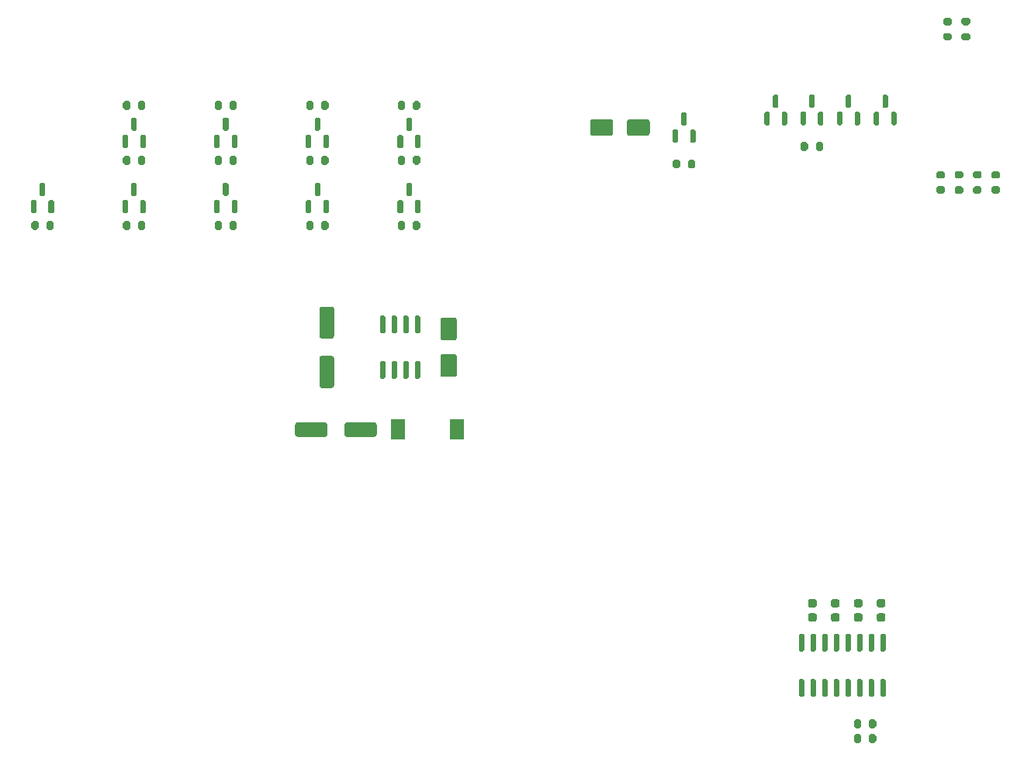
<source format=gtp>
G04 #@! TF.GenerationSoftware,KiCad,Pcbnew,8.0.1-8.0.1-0~ubuntu20.04.1*
G04 #@! TF.CreationDate,2024-06-12T16:02:42+01:00*
G04 #@! TF.ProjectId,sensd,73656e73-642e-46b6-9963-61645f706362,rev?*
G04 #@! TF.SameCoordinates,Original*
G04 #@! TF.FileFunction,Paste,Top*
G04 #@! TF.FilePolarity,Positive*
%FSLAX46Y46*%
G04 Gerber Fmt 4.6, Leading zero omitted, Abs format (unit mm)*
G04 Created by KiCad (PCBNEW 8.0.1-8.0.1-0~ubuntu20.04.1) date 2024-06-12 16:02:42*
%MOMM*%
%LPD*%
G01*
G04 APERTURE LIST*
%ADD10R,1.500000X2.200000*%
G04 APERTURE END LIST*
G36*
G01*
X67550000Y-110450000D02*
X66450000Y-110450000D01*
G75*
G02*
X66200000Y-110200000I0J250000D01*
G01*
X66200000Y-107200000D01*
G75*
G02*
X66450000Y-106950000I250000J0D01*
G01*
X67550000Y-106950000D01*
G75*
G02*
X67800000Y-107200000I0J-250000D01*
G01*
X67800000Y-110200000D01*
G75*
G02*
X67550000Y-110450000I-250000J0D01*
G01*
G37*
G36*
G01*
X67550000Y-105050000D02*
X66450000Y-105050000D01*
G75*
G02*
X66200000Y-104800000I0J250000D01*
G01*
X66200000Y-101800000D01*
G75*
G02*
X66450000Y-101550000I250000J0D01*
G01*
X67550000Y-101550000D01*
G75*
G02*
X67800000Y-101800000I0J-250000D01*
G01*
X67800000Y-104800000D01*
G75*
G02*
X67550000Y-105050000I-250000J0D01*
G01*
G37*
G36*
G01*
X73245000Y-109450000D02*
X72945000Y-109450000D01*
G75*
G02*
X72795000Y-109300000I0J150000D01*
G01*
X72795000Y-107650000D01*
G75*
G02*
X72945000Y-107500000I150000J0D01*
G01*
X73245000Y-107500000D01*
G75*
G02*
X73395000Y-107650000I0J-150000D01*
G01*
X73395000Y-109300000D01*
G75*
G02*
X73245000Y-109450000I-150000J0D01*
G01*
G37*
G36*
G01*
X74515000Y-109450000D02*
X74215000Y-109450000D01*
G75*
G02*
X74065000Y-109300000I0J150000D01*
G01*
X74065000Y-107650000D01*
G75*
G02*
X74215000Y-107500000I150000J0D01*
G01*
X74515000Y-107500000D01*
G75*
G02*
X74665000Y-107650000I0J-150000D01*
G01*
X74665000Y-109300000D01*
G75*
G02*
X74515000Y-109450000I-150000J0D01*
G01*
G37*
G36*
G01*
X75785000Y-109450000D02*
X75485000Y-109450000D01*
G75*
G02*
X75335000Y-109300000I0J150000D01*
G01*
X75335000Y-107650000D01*
G75*
G02*
X75485000Y-107500000I150000J0D01*
G01*
X75785000Y-107500000D01*
G75*
G02*
X75935000Y-107650000I0J-150000D01*
G01*
X75935000Y-109300000D01*
G75*
G02*
X75785000Y-109450000I-150000J0D01*
G01*
G37*
G36*
G01*
X77055000Y-109450000D02*
X76755000Y-109450000D01*
G75*
G02*
X76605000Y-109300000I0J150000D01*
G01*
X76605000Y-107650000D01*
G75*
G02*
X76755000Y-107500000I150000J0D01*
G01*
X77055000Y-107500000D01*
G75*
G02*
X77205000Y-107650000I0J-150000D01*
G01*
X77205000Y-109300000D01*
G75*
G02*
X77055000Y-109450000I-150000J0D01*
G01*
G37*
G36*
G01*
X77055000Y-104500000D02*
X76755000Y-104500000D01*
G75*
G02*
X76605000Y-104350000I0J150000D01*
G01*
X76605000Y-102700000D01*
G75*
G02*
X76755000Y-102550000I150000J0D01*
G01*
X77055000Y-102550000D01*
G75*
G02*
X77205000Y-102700000I0J-150000D01*
G01*
X77205000Y-104350000D01*
G75*
G02*
X77055000Y-104500000I-150000J0D01*
G01*
G37*
G36*
G01*
X75785000Y-104500000D02*
X75485000Y-104500000D01*
G75*
G02*
X75335000Y-104350000I0J150000D01*
G01*
X75335000Y-102700000D01*
G75*
G02*
X75485000Y-102550000I150000J0D01*
G01*
X75785000Y-102550000D01*
G75*
G02*
X75935000Y-102700000I0J-150000D01*
G01*
X75935000Y-104350000D01*
G75*
G02*
X75785000Y-104500000I-150000J0D01*
G01*
G37*
G36*
G01*
X74515000Y-104500000D02*
X74215000Y-104500000D01*
G75*
G02*
X74065000Y-104350000I0J150000D01*
G01*
X74065000Y-102700000D01*
G75*
G02*
X74215000Y-102550000I150000J0D01*
G01*
X74515000Y-102550000D01*
G75*
G02*
X74665000Y-102700000I0J-150000D01*
G01*
X74665000Y-104350000D01*
G75*
G02*
X74515000Y-104500000I-150000J0D01*
G01*
G37*
G36*
G01*
X73245000Y-104500000D02*
X72945000Y-104500000D01*
G75*
G02*
X72795000Y-104350000I0J150000D01*
G01*
X72795000Y-102700000D01*
G75*
G02*
X72945000Y-102550000I150000J0D01*
G01*
X73245000Y-102550000D01*
G75*
G02*
X73395000Y-102700000I0J-150000D01*
G01*
X73395000Y-104350000D01*
G75*
G02*
X73245000Y-104500000I-150000J0D01*
G01*
G37*
G36*
G01*
X35175000Y-91375000D02*
X34875000Y-91375000D01*
G75*
G02*
X34725000Y-91225000I0J150000D01*
G01*
X34725000Y-90050000D01*
G75*
G02*
X34875000Y-89900000I150000J0D01*
G01*
X35175000Y-89900000D01*
G75*
G02*
X35325000Y-90050000I0J-150000D01*
G01*
X35325000Y-91225000D01*
G75*
G02*
X35175000Y-91375000I-150000J0D01*
G01*
G37*
G36*
G01*
X37075000Y-91375000D02*
X36775000Y-91375000D01*
G75*
G02*
X36625000Y-91225000I0J150000D01*
G01*
X36625000Y-90050000D01*
G75*
G02*
X36775000Y-89900000I150000J0D01*
G01*
X37075000Y-89900000D01*
G75*
G02*
X37225000Y-90050000I0J-150000D01*
G01*
X37225000Y-91225000D01*
G75*
G02*
X37075000Y-91375000I-150000J0D01*
G01*
G37*
G36*
G01*
X36125000Y-89500000D02*
X35825000Y-89500000D01*
G75*
G02*
X35675000Y-89350000I0J150000D01*
G01*
X35675000Y-88175000D01*
G75*
G02*
X35825000Y-88025000I150000J0D01*
G01*
X36125000Y-88025000D01*
G75*
G02*
X36275000Y-88175000I0J-150000D01*
G01*
X36275000Y-89350000D01*
G75*
G02*
X36125000Y-89500000I-150000J0D01*
G01*
G37*
G36*
G01*
X64750000Y-85855000D02*
X64750000Y-85305000D01*
G75*
G02*
X64950000Y-85105000I200000J0D01*
G01*
X65350000Y-85105000D01*
G75*
G02*
X65550000Y-85305000I0J-200000D01*
G01*
X65550000Y-85855000D01*
G75*
G02*
X65350000Y-86055000I-200000J0D01*
G01*
X64950000Y-86055000D01*
G75*
G02*
X64750000Y-85855000I0J200000D01*
G01*
G37*
G36*
G01*
X66400000Y-85855000D02*
X66400000Y-85305000D01*
G75*
G02*
X66600000Y-85105000I200000J0D01*
G01*
X67000000Y-85105000D01*
G75*
G02*
X67200000Y-85305000I0J-200000D01*
G01*
X67200000Y-85855000D01*
G75*
G02*
X67000000Y-86055000I-200000J0D01*
G01*
X66600000Y-86055000D01*
G75*
G02*
X66400000Y-85855000I0J200000D01*
G01*
G37*
G36*
G01*
X80950000Y-109250000D02*
X79650000Y-109250000D01*
G75*
G02*
X79400000Y-109000000I0J250000D01*
G01*
X79400000Y-107000000D01*
G75*
G02*
X79650000Y-106750000I250000J0D01*
G01*
X80950000Y-106750000D01*
G75*
G02*
X81200000Y-107000000I0J-250000D01*
G01*
X81200000Y-109000000D01*
G75*
G02*
X80950000Y-109250000I-250000J0D01*
G01*
G37*
G36*
G01*
X80950000Y-105250000D02*
X79650000Y-105250000D01*
G75*
G02*
X79400000Y-105000000I0J250000D01*
G01*
X79400000Y-103000000D01*
G75*
G02*
X79650000Y-102750000I250000J0D01*
G01*
X80950000Y-102750000D01*
G75*
G02*
X81200000Y-103000000I0J-250000D01*
G01*
X81200000Y-105000000D01*
G75*
G02*
X80950000Y-105250000I-250000J0D01*
G01*
G37*
G36*
G01*
X134475000Y-70025000D02*
X135025000Y-70025000D01*
G75*
G02*
X135225000Y-70225000I0J-200000D01*
G01*
X135225000Y-70625000D01*
G75*
G02*
X135025000Y-70825000I-200000J0D01*
G01*
X134475000Y-70825000D01*
G75*
G02*
X134275000Y-70625000I0J200000D01*
G01*
X134275000Y-70225000D01*
G75*
G02*
X134475000Y-70025000I200000J0D01*
G01*
G37*
G36*
G01*
X134475000Y-71675000D02*
X135025000Y-71675000D01*
G75*
G02*
X135225000Y-71875000I0J-200000D01*
G01*
X135225000Y-72275000D01*
G75*
G02*
X135025000Y-72475000I-200000J0D01*
G01*
X134475000Y-72475000D01*
G75*
G02*
X134275000Y-72275000I0J200000D01*
G01*
X134275000Y-71875000D01*
G75*
G02*
X134475000Y-71675000I200000J0D01*
G01*
G37*
G36*
G01*
X75175000Y-91375000D02*
X74875000Y-91375000D01*
G75*
G02*
X74725000Y-91225000I0J150000D01*
G01*
X74725000Y-90050000D01*
G75*
G02*
X74875000Y-89900000I150000J0D01*
G01*
X75175000Y-89900000D01*
G75*
G02*
X75325000Y-90050000I0J-150000D01*
G01*
X75325000Y-91225000D01*
G75*
G02*
X75175000Y-91375000I-150000J0D01*
G01*
G37*
G36*
G01*
X77075000Y-91375000D02*
X76775000Y-91375000D01*
G75*
G02*
X76625000Y-91225000I0J150000D01*
G01*
X76625000Y-90050000D01*
G75*
G02*
X76775000Y-89900000I150000J0D01*
G01*
X77075000Y-89900000D01*
G75*
G02*
X77225000Y-90050000I0J-150000D01*
G01*
X77225000Y-91225000D01*
G75*
G02*
X77075000Y-91375000I-150000J0D01*
G01*
G37*
G36*
G01*
X76125000Y-89500000D02*
X75825000Y-89500000D01*
G75*
G02*
X75675000Y-89350000I0J150000D01*
G01*
X75675000Y-88175000D01*
G75*
G02*
X75825000Y-88025000I150000J0D01*
G01*
X76125000Y-88025000D01*
G75*
G02*
X76275000Y-88175000I0J-150000D01*
G01*
X76275000Y-89350000D01*
G75*
G02*
X76125000Y-89500000I-150000J0D01*
G01*
G37*
G36*
G01*
X123150000Y-81737500D02*
X122850000Y-81737500D01*
G75*
G02*
X122700000Y-81587500I0J150000D01*
G01*
X122700000Y-80412500D01*
G75*
G02*
X122850000Y-80262500I150000J0D01*
G01*
X123150000Y-80262500D01*
G75*
G02*
X123300000Y-80412500I0J-150000D01*
G01*
X123300000Y-81587500D01*
G75*
G02*
X123150000Y-81737500I-150000J0D01*
G01*
G37*
G36*
G01*
X125050000Y-81737500D02*
X124750000Y-81737500D01*
G75*
G02*
X124600000Y-81587500I0J150000D01*
G01*
X124600000Y-80412500D01*
G75*
G02*
X124750000Y-80262500I150000J0D01*
G01*
X125050000Y-80262500D01*
G75*
G02*
X125200000Y-80412500I0J-150000D01*
G01*
X125200000Y-81587500D01*
G75*
G02*
X125050000Y-81737500I-150000J0D01*
G01*
G37*
G36*
G01*
X124100000Y-79862500D02*
X123800000Y-79862500D01*
G75*
G02*
X123650000Y-79712500I0J150000D01*
G01*
X123650000Y-78537500D01*
G75*
G02*
X123800000Y-78387500I150000J0D01*
G01*
X124100000Y-78387500D01*
G75*
G02*
X124250000Y-78537500I0J-150000D01*
G01*
X124250000Y-79712500D01*
G75*
G02*
X124100000Y-79862500I-150000J0D01*
G01*
G37*
G36*
G01*
X65175000Y-84255000D02*
X64875000Y-84255000D01*
G75*
G02*
X64725000Y-84105000I0J150000D01*
G01*
X64725000Y-82930000D01*
G75*
G02*
X64875000Y-82780000I150000J0D01*
G01*
X65175000Y-82780000D01*
G75*
G02*
X65325000Y-82930000I0J-150000D01*
G01*
X65325000Y-84105000D01*
G75*
G02*
X65175000Y-84255000I-150000J0D01*
G01*
G37*
G36*
G01*
X67075000Y-84255000D02*
X66775000Y-84255000D01*
G75*
G02*
X66625000Y-84105000I0J150000D01*
G01*
X66625000Y-82930000D01*
G75*
G02*
X66775000Y-82780000I150000J0D01*
G01*
X67075000Y-82780000D01*
G75*
G02*
X67225000Y-82930000I0J-150000D01*
G01*
X67225000Y-84105000D01*
G75*
G02*
X67075000Y-84255000I-150000J0D01*
G01*
G37*
G36*
G01*
X66125000Y-82380000D02*
X65825000Y-82380000D01*
G75*
G02*
X65675000Y-82230000I0J150000D01*
G01*
X65675000Y-81055000D01*
G75*
G02*
X65825000Y-80905000I150000J0D01*
G01*
X66125000Y-80905000D01*
G75*
G02*
X66275000Y-81055000I0J-150000D01*
G01*
X66275000Y-82230000D01*
G75*
G02*
X66125000Y-82380000I-150000J0D01*
G01*
G37*
G36*
G01*
X115200000Y-81737500D02*
X114900000Y-81737500D01*
G75*
G02*
X114750000Y-81587500I0J150000D01*
G01*
X114750000Y-80412500D01*
G75*
G02*
X114900000Y-80262500I150000J0D01*
G01*
X115200000Y-80262500D01*
G75*
G02*
X115350000Y-80412500I0J-150000D01*
G01*
X115350000Y-81587500D01*
G75*
G02*
X115200000Y-81737500I-150000J0D01*
G01*
G37*
G36*
G01*
X117100000Y-81737500D02*
X116800000Y-81737500D01*
G75*
G02*
X116650000Y-81587500I0J150000D01*
G01*
X116650000Y-80412500D01*
G75*
G02*
X116800000Y-80262500I150000J0D01*
G01*
X117100000Y-80262500D01*
G75*
G02*
X117250000Y-80412500I0J-150000D01*
G01*
X117250000Y-81587500D01*
G75*
G02*
X117100000Y-81737500I-150000J0D01*
G01*
G37*
G36*
G01*
X116150000Y-79862500D02*
X115850000Y-79862500D01*
G75*
G02*
X115700000Y-79712500I0J150000D01*
G01*
X115700000Y-78537500D01*
G75*
G02*
X115850000Y-78387500I150000J0D01*
G01*
X116150000Y-78387500D01*
G75*
G02*
X116300000Y-78537500I0J-150000D01*
G01*
X116300000Y-79712500D01*
G75*
G02*
X116150000Y-79862500I-150000J0D01*
G01*
G37*
G36*
G01*
X134275000Y-89225000D02*
X133725000Y-89225000D01*
G75*
G02*
X133525000Y-89025000I0J200000D01*
G01*
X133525000Y-88625000D01*
G75*
G02*
X133725000Y-88425000I200000J0D01*
G01*
X134275000Y-88425000D01*
G75*
G02*
X134475000Y-88625000I0J-200000D01*
G01*
X134475000Y-89025000D01*
G75*
G02*
X134275000Y-89225000I-200000J0D01*
G01*
G37*
G36*
G01*
X134275000Y-87575000D02*
X133725000Y-87575000D01*
G75*
G02*
X133525000Y-87375000I0J200000D01*
G01*
X133525000Y-86975000D01*
G75*
G02*
X133725000Y-86775000I200000J0D01*
G01*
X134275000Y-86775000D01*
G75*
G02*
X134475000Y-86975000I0J-200000D01*
G01*
X134475000Y-87375000D01*
G75*
G02*
X134275000Y-87575000I-200000J0D01*
G01*
G37*
G36*
G01*
X126975000Y-148475000D02*
X126975000Y-149025000D01*
G75*
G02*
X126775000Y-149225000I-200000J0D01*
G01*
X126375000Y-149225000D01*
G75*
G02*
X126175000Y-149025000I0J200000D01*
G01*
X126175000Y-148475000D01*
G75*
G02*
X126375000Y-148275000I200000J0D01*
G01*
X126775000Y-148275000D01*
G75*
G02*
X126975000Y-148475000I0J-200000D01*
G01*
G37*
G36*
G01*
X125325000Y-148475000D02*
X125325000Y-149025000D01*
G75*
G02*
X125125000Y-149225000I-200000J0D01*
G01*
X124725000Y-149225000D01*
G75*
G02*
X124525000Y-149025000I0J200000D01*
G01*
X124525000Y-148475000D01*
G75*
G02*
X124725000Y-148275000I200000J0D01*
G01*
X125125000Y-148275000D01*
G75*
G02*
X125325000Y-148475000I0J-200000D01*
G01*
G37*
G36*
G01*
X140275000Y-89225000D02*
X139725000Y-89225000D01*
G75*
G02*
X139525000Y-89025000I0J200000D01*
G01*
X139525000Y-88625000D01*
G75*
G02*
X139725000Y-88425000I200000J0D01*
G01*
X140275000Y-88425000D01*
G75*
G02*
X140475000Y-88625000I0J-200000D01*
G01*
X140475000Y-89025000D01*
G75*
G02*
X140275000Y-89225000I-200000J0D01*
G01*
G37*
G36*
G01*
X140275000Y-87575000D02*
X139725000Y-87575000D01*
G75*
G02*
X139525000Y-87375000I0J200000D01*
G01*
X139525000Y-86975000D01*
G75*
G02*
X139725000Y-86775000I200000J0D01*
G01*
X140275000Y-86775000D01*
G75*
G02*
X140475000Y-86975000I0J-200000D01*
G01*
X140475000Y-87375000D01*
G75*
G02*
X140275000Y-87575000I-200000J0D01*
G01*
G37*
G36*
G01*
X74750000Y-79855000D02*
X74750000Y-79305000D01*
G75*
G02*
X74950000Y-79105000I200000J0D01*
G01*
X75350000Y-79105000D01*
G75*
G02*
X75550000Y-79305000I0J-200000D01*
G01*
X75550000Y-79855000D01*
G75*
G02*
X75350000Y-80055000I-200000J0D01*
G01*
X74950000Y-80055000D01*
G75*
G02*
X74750000Y-79855000I0J200000D01*
G01*
G37*
G36*
G01*
X76400000Y-79855000D02*
X76400000Y-79305000D01*
G75*
G02*
X76600000Y-79105000I200000J0D01*
G01*
X77000000Y-79105000D01*
G75*
G02*
X77200000Y-79305000I0J-200000D01*
G01*
X77200000Y-79855000D01*
G75*
G02*
X77000000Y-80055000I-200000J0D01*
G01*
X76600000Y-80055000D01*
G75*
G02*
X76400000Y-79855000I0J200000D01*
G01*
G37*
G36*
G01*
X54750000Y-79855000D02*
X54750000Y-79305000D01*
G75*
G02*
X54950000Y-79105000I200000J0D01*
G01*
X55350000Y-79105000D01*
G75*
G02*
X55550000Y-79305000I0J-200000D01*
G01*
X55550000Y-79855000D01*
G75*
G02*
X55350000Y-80055000I-200000J0D01*
G01*
X54950000Y-80055000D01*
G75*
G02*
X54750000Y-79855000I0J200000D01*
G01*
G37*
G36*
G01*
X56400000Y-79855000D02*
X56400000Y-79305000D01*
G75*
G02*
X56600000Y-79105000I200000J0D01*
G01*
X57000000Y-79105000D01*
G75*
G02*
X57200000Y-79305000I0J-200000D01*
G01*
X57200000Y-79855000D01*
G75*
G02*
X57000000Y-80055000I-200000J0D01*
G01*
X56600000Y-80055000D01*
G75*
G02*
X56400000Y-79855000I0J200000D01*
G01*
G37*
G36*
G01*
X55175000Y-84255000D02*
X54875000Y-84255000D01*
G75*
G02*
X54725000Y-84105000I0J150000D01*
G01*
X54725000Y-82930000D01*
G75*
G02*
X54875000Y-82780000I150000J0D01*
G01*
X55175000Y-82780000D01*
G75*
G02*
X55325000Y-82930000I0J-150000D01*
G01*
X55325000Y-84105000D01*
G75*
G02*
X55175000Y-84255000I-150000J0D01*
G01*
G37*
G36*
G01*
X57075000Y-84255000D02*
X56775000Y-84255000D01*
G75*
G02*
X56625000Y-84105000I0J150000D01*
G01*
X56625000Y-82930000D01*
G75*
G02*
X56775000Y-82780000I150000J0D01*
G01*
X57075000Y-82780000D01*
G75*
G02*
X57225000Y-82930000I0J-150000D01*
G01*
X57225000Y-84105000D01*
G75*
G02*
X57075000Y-84255000I-150000J0D01*
G01*
G37*
G36*
G01*
X56125000Y-82380000D02*
X55825000Y-82380000D01*
G75*
G02*
X55675000Y-82230000I0J150000D01*
G01*
X55675000Y-81055000D01*
G75*
G02*
X55825000Y-80905000I150000J0D01*
G01*
X56125000Y-80905000D01*
G75*
G02*
X56275000Y-81055000I0J-150000D01*
G01*
X56275000Y-82230000D01*
G75*
G02*
X56125000Y-82380000I-150000J0D01*
G01*
G37*
G36*
G01*
X122250000Y-133525000D02*
X122750000Y-133525000D01*
G75*
G02*
X122975000Y-133750000I0J-225000D01*
G01*
X122975000Y-134200000D01*
G75*
G02*
X122750000Y-134425000I-225000J0D01*
G01*
X122250000Y-134425000D01*
G75*
G02*
X122025000Y-134200000I0J225000D01*
G01*
X122025000Y-133750000D01*
G75*
G02*
X122250000Y-133525000I225000J0D01*
G01*
G37*
G36*
G01*
X122250000Y-135075000D02*
X122750000Y-135075000D01*
G75*
G02*
X122975000Y-135300000I0J-225000D01*
G01*
X122975000Y-135750000D01*
G75*
G02*
X122750000Y-135975000I-225000J0D01*
G01*
X122250000Y-135975000D01*
G75*
G02*
X122025000Y-135750000I0J225000D01*
G01*
X122025000Y-135300000D01*
G75*
G02*
X122250000Y-135075000I225000J0D01*
G01*
G37*
G36*
G01*
X127150000Y-81737500D02*
X126850000Y-81737500D01*
G75*
G02*
X126700000Y-81587500I0J150000D01*
G01*
X126700000Y-80412500D01*
G75*
G02*
X126850000Y-80262500I150000J0D01*
G01*
X127150000Y-80262500D01*
G75*
G02*
X127300000Y-80412500I0J-150000D01*
G01*
X127300000Y-81587500D01*
G75*
G02*
X127150000Y-81737500I-150000J0D01*
G01*
G37*
G36*
G01*
X129050000Y-81737500D02*
X128750000Y-81737500D01*
G75*
G02*
X128600000Y-81587500I0J150000D01*
G01*
X128600000Y-80412500D01*
G75*
G02*
X128750000Y-80262500I150000J0D01*
G01*
X129050000Y-80262500D01*
G75*
G02*
X129200000Y-80412500I0J-150000D01*
G01*
X129200000Y-81587500D01*
G75*
G02*
X129050000Y-81737500I-150000J0D01*
G01*
G37*
G36*
G01*
X128100000Y-79862500D02*
X127800000Y-79862500D01*
G75*
G02*
X127650000Y-79712500I0J150000D01*
G01*
X127650000Y-78537500D01*
G75*
G02*
X127800000Y-78387500I150000J0D01*
G01*
X128100000Y-78387500D01*
G75*
G02*
X128250000Y-78537500I0J-150000D01*
G01*
X128250000Y-79712500D01*
G75*
G02*
X128100000Y-79862500I-150000J0D01*
G01*
G37*
G36*
G01*
X67200000Y-92425000D02*
X67200000Y-92975000D01*
G75*
G02*
X67000000Y-93175000I-200000J0D01*
G01*
X66600000Y-93175000D01*
G75*
G02*
X66400000Y-92975000I0J200000D01*
G01*
X66400000Y-92425000D01*
G75*
G02*
X66600000Y-92225000I200000J0D01*
G01*
X67000000Y-92225000D01*
G75*
G02*
X67200000Y-92425000I0J-200000D01*
G01*
G37*
G36*
G01*
X65550000Y-92425000D02*
X65550000Y-92975000D01*
G75*
G02*
X65350000Y-93175000I-200000J0D01*
G01*
X64950000Y-93175000D01*
G75*
G02*
X64750000Y-92975000I0J200000D01*
G01*
X64750000Y-92425000D01*
G75*
G02*
X64950000Y-92225000I200000J0D01*
G01*
X65350000Y-92225000D01*
G75*
G02*
X65550000Y-92425000I0J-200000D01*
G01*
G37*
G36*
G01*
X44750000Y-85855000D02*
X44750000Y-85305000D01*
G75*
G02*
X44950000Y-85105000I200000J0D01*
G01*
X45350000Y-85105000D01*
G75*
G02*
X45550000Y-85305000I0J-200000D01*
G01*
X45550000Y-85855000D01*
G75*
G02*
X45350000Y-86055000I-200000J0D01*
G01*
X44950000Y-86055000D01*
G75*
G02*
X44750000Y-85855000I0J200000D01*
G01*
G37*
G36*
G01*
X46400000Y-85855000D02*
X46400000Y-85305000D01*
G75*
G02*
X46600000Y-85105000I200000J0D01*
G01*
X47000000Y-85105000D01*
G75*
G02*
X47200000Y-85305000I0J-200000D01*
G01*
X47200000Y-85855000D01*
G75*
G02*
X47000000Y-86055000I-200000J0D01*
G01*
X46600000Y-86055000D01*
G75*
G02*
X46400000Y-85855000I0J200000D01*
G01*
G37*
G36*
G01*
X64750000Y-79855000D02*
X64750000Y-79305000D01*
G75*
G02*
X64950000Y-79105000I200000J0D01*
G01*
X65350000Y-79105000D01*
G75*
G02*
X65550000Y-79305000I0J-200000D01*
G01*
X65550000Y-79855000D01*
G75*
G02*
X65350000Y-80055000I-200000J0D01*
G01*
X64950000Y-80055000D01*
G75*
G02*
X64750000Y-79855000I0J200000D01*
G01*
G37*
G36*
G01*
X66400000Y-79855000D02*
X66400000Y-79305000D01*
G75*
G02*
X66600000Y-79105000I200000J0D01*
G01*
X67000000Y-79105000D01*
G75*
G02*
X67200000Y-79305000I0J-200000D01*
G01*
X67200000Y-79855000D01*
G75*
G02*
X67000000Y-80055000I-200000J0D01*
G01*
X66600000Y-80055000D01*
G75*
G02*
X66400000Y-79855000I0J200000D01*
G01*
G37*
G36*
G01*
X120250000Y-135975000D02*
X119750000Y-135975000D01*
G75*
G02*
X119525000Y-135750000I0J225000D01*
G01*
X119525000Y-135300000D01*
G75*
G02*
X119750000Y-135075000I225000J0D01*
G01*
X120250000Y-135075000D01*
G75*
G02*
X120475000Y-135300000I0J-225000D01*
G01*
X120475000Y-135750000D01*
G75*
G02*
X120250000Y-135975000I-225000J0D01*
G01*
G37*
G36*
G01*
X120250000Y-134425000D02*
X119750000Y-134425000D01*
G75*
G02*
X119525000Y-134200000I0J225000D01*
G01*
X119525000Y-133750000D01*
G75*
G02*
X119750000Y-133525000I225000J0D01*
G01*
X120250000Y-133525000D01*
G75*
G02*
X120475000Y-133750000I0J-225000D01*
G01*
X120475000Y-134200000D01*
G75*
G02*
X120250000Y-134425000I-225000J0D01*
G01*
G37*
G36*
G01*
X127545000Y-137300000D02*
X127845000Y-137300000D01*
G75*
G02*
X127995000Y-137450000I0J-150000D01*
G01*
X127995000Y-139100000D01*
G75*
G02*
X127845000Y-139250000I-150000J0D01*
G01*
X127545000Y-139250000D01*
G75*
G02*
X127395000Y-139100000I0J150000D01*
G01*
X127395000Y-137450000D01*
G75*
G02*
X127545000Y-137300000I150000J0D01*
G01*
G37*
G36*
G01*
X126275000Y-137300000D02*
X126575000Y-137300000D01*
G75*
G02*
X126725000Y-137450000I0J-150000D01*
G01*
X126725000Y-139100000D01*
G75*
G02*
X126575000Y-139250000I-150000J0D01*
G01*
X126275000Y-139250000D01*
G75*
G02*
X126125000Y-139100000I0J150000D01*
G01*
X126125000Y-137450000D01*
G75*
G02*
X126275000Y-137300000I150000J0D01*
G01*
G37*
G36*
G01*
X125005000Y-137300000D02*
X125305000Y-137300000D01*
G75*
G02*
X125455000Y-137450000I0J-150000D01*
G01*
X125455000Y-139100000D01*
G75*
G02*
X125305000Y-139250000I-150000J0D01*
G01*
X125005000Y-139250000D01*
G75*
G02*
X124855000Y-139100000I0J150000D01*
G01*
X124855000Y-137450000D01*
G75*
G02*
X125005000Y-137300000I150000J0D01*
G01*
G37*
G36*
G01*
X123735000Y-137300000D02*
X124035000Y-137300000D01*
G75*
G02*
X124185000Y-137450000I0J-150000D01*
G01*
X124185000Y-139100000D01*
G75*
G02*
X124035000Y-139250000I-150000J0D01*
G01*
X123735000Y-139250000D01*
G75*
G02*
X123585000Y-139100000I0J150000D01*
G01*
X123585000Y-137450000D01*
G75*
G02*
X123735000Y-137300000I150000J0D01*
G01*
G37*
G36*
G01*
X122465000Y-137300000D02*
X122765000Y-137300000D01*
G75*
G02*
X122915000Y-137450000I0J-150000D01*
G01*
X122915000Y-139100000D01*
G75*
G02*
X122765000Y-139250000I-150000J0D01*
G01*
X122465000Y-139250000D01*
G75*
G02*
X122315000Y-139100000I0J150000D01*
G01*
X122315000Y-137450000D01*
G75*
G02*
X122465000Y-137300000I150000J0D01*
G01*
G37*
G36*
G01*
X121195000Y-137300000D02*
X121495000Y-137300000D01*
G75*
G02*
X121645000Y-137450000I0J-150000D01*
G01*
X121645000Y-139100000D01*
G75*
G02*
X121495000Y-139250000I-150000J0D01*
G01*
X121195000Y-139250000D01*
G75*
G02*
X121045000Y-139100000I0J150000D01*
G01*
X121045000Y-137450000D01*
G75*
G02*
X121195000Y-137300000I150000J0D01*
G01*
G37*
G36*
G01*
X119925000Y-137300000D02*
X120225000Y-137300000D01*
G75*
G02*
X120375000Y-137450000I0J-150000D01*
G01*
X120375000Y-139100000D01*
G75*
G02*
X120225000Y-139250000I-150000J0D01*
G01*
X119925000Y-139250000D01*
G75*
G02*
X119775000Y-139100000I0J150000D01*
G01*
X119775000Y-137450000D01*
G75*
G02*
X119925000Y-137300000I150000J0D01*
G01*
G37*
G36*
G01*
X118655000Y-137300000D02*
X118955000Y-137300000D01*
G75*
G02*
X119105000Y-137450000I0J-150000D01*
G01*
X119105000Y-139100000D01*
G75*
G02*
X118955000Y-139250000I-150000J0D01*
G01*
X118655000Y-139250000D01*
G75*
G02*
X118505000Y-139100000I0J150000D01*
G01*
X118505000Y-137450000D01*
G75*
G02*
X118655000Y-137300000I150000J0D01*
G01*
G37*
G36*
G01*
X118655000Y-142250000D02*
X118955000Y-142250000D01*
G75*
G02*
X119105000Y-142400000I0J-150000D01*
G01*
X119105000Y-144050000D01*
G75*
G02*
X118955000Y-144200000I-150000J0D01*
G01*
X118655000Y-144200000D01*
G75*
G02*
X118505000Y-144050000I0J150000D01*
G01*
X118505000Y-142400000D01*
G75*
G02*
X118655000Y-142250000I150000J0D01*
G01*
G37*
G36*
G01*
X119925000Y-142250000D02*
X120225000Y-142250000D01*
G75*
G02*
X120375000Y-142400000I0J-150000D01*
G01*
X120375000Y-144050000D01*
G75*
G02*
X120225000Y-144200000I-150000J0D01*
G01*
X119925000Y-144200000D01*
G75*
G02*
X119775000Y-144050000I0J150000D01*
G01*
X119775000Y-142400000D01*
G75*
G02*
X119925000Y-142250000I150000J0D01*
G01*
G37*
G36*
G01*
X121195000Y-142250000D02*
X121495000Y-142250000D01*
G75*
G02*
X121645000Y-142400000I0J-150000D01*
G01*
X121645000Y-144050000D01*
G75*
G02*
X121495000Y-144200000I-150000J0D01*
G01*
X121195000Y-144200000D01*
G75*
G02*
X121045000Y-144050000I0J150000D01*
G01*
X121045000Y-142400000D01*
G75*
G02*
X121195000Y-142250000I150000J0D01*
G01*
G37*
G36*
G01*
X122465000Y-142250000D02*
X122765000Y-142250000D01*
G75*
G02*
X122915000Y-142400000I0J-150000D01*
G01*
X122915000Y-144050000D01*
G75*
G02*
X122765000Y-144200000I-150000J0D01*
G01*
X122465000Y-144200000D01*
G75*
G02*
X122315000Y-144050000I0J150000D01*
G01*
X122315000Y-142400000D01*
G75*
G02*
X122465000Y-142250000I150000J0D01*
G01*
G37*
G36*
G01*
X123735000Y-142250000D02*
X124035000Y-142250000D01*
G75*
G02*
X124185000Y-142400000I0J-150000D01*
G01*
X124185000Y-144050000D01*
G75*
G02*
X124035000Y-144200000I-150000J0D01*
G01*
X123735000Y-144200000D01*
G75*
G02*
X123585000Y-144050000I0J150000D01*
G01*
X123585000Y-142400000D01*
G75*
G02*
X123735000Y-142250000I150000J0D01*
G01*
G37*
G36*
G01*
X125005000Y-142250000D02*
X125305000Y-142250000D01*
G75*
G02*
X125455000Y-142400000I0J-150000D01*
G01*
X125455000Y-144050000D01*
G75*
G02*
X125305000Y-144200000I-150000J0D01*
G01*
X125005000Y-144200000D01*
G75*
G02*
X124855000Y-144050000I0J150000D01*
G01*
X124855000Y-142400000D01*
G75*
G02*
X125005000Y-142250000I150000J0D01*
G01*
G37*
G36*
G01*
X126275000Y-142250000D02*
X126575000Y-142250000D01*
G75*
G02*
X126725000Y-142400000I0J-150000D01*
G01*
X126725000Y-144050000D01*
G75*
G02*
X126575000Y-144200000I-150000J0D01*
G01*
X126275000Y-144200000D01*
G75*
G02*
X126125000Y-144050000I0J150000D01*
G01*
X126125000Y-142400000D01*
G75*
G02*
X126275000Y-142250000I150000J0D01*
G01*
G37*
G36*
G01*
X127545000Y-142250000D02*
X127845000Y-142250000D01*
G75*
G02*
X127995000Y-142400000I0J-150000D01*
G01*
X127995000Y-144050000D01*
G75*
G02*
X127845000Y-144200000I-150000J0D01*
G01*
X127545000Y-144200000D01*
G75*
G02*
X127395000Y-144050000I0J150000D01*
G01*
X127395000Y-142400000D01*
G75*
G02*
X127545000Y-142250000I150000J0D01*
G01*
G37*
G36*
G01*
X127750000Y-135975000D02*
X127250000Y-135975000D01*
G75*
G02*
X127025000Y-135750000I0J225000D01*
G01*
X127025000Y-135300000D01*
G75*
G02*
X127250000Y-135075000I225000J0D01*
G01*
X127750000Y-135075000D01*
G75*
G02*
X127975000Y-135300000I0J-225000D01*
G01*
X127975000Y-135750000D01*
G75*
G02*
X127750000Y-135975000I-225000J0D01*
G01*
G37*
G36*
G01*
X127750000Y-134425000D02*
X127250000Y-134425000D01*
G75*
G02*
X127025000Y-134200000I0J225000D01*
G01*
X127025000Y-133750000D01*
G75*
G02*
X127250000Y-133525000I225000J0D01*
G01*
X127750000Y-133525000D01*
G75*
G02*
X127975000Y-133750000I0J-225000D01*
G01*
X127975000Y-134200000D01*
G75*
G02*
X127750000Y-134425000I-225000J0D01*
G01*
G37*
G36*
G01*
X65175000Y-91375000D02*
X64875000Y-91375000D01*
G75*
G02*
X64725000Y-91225000I0J150000D01*
G01*
X64725000Y-90050000D01*
G75*
G02*
X64875000Y-89900000I150000J0D01*
G01*
X65175000Y-89900000D01*
G75*
G02*
X65325000Y-90050000I0J-150000D01*
G01*
X65325000Y-91225000D01*
G75*
G02*
X65175000Y-91375000I-150000J0D01*
G01*
G37*
G36*
G01*
X67075000Y-91375000D02*
X66775000Y-91375000D01*
G75*
G02*
X66625000Y-91225000I0J150000D01*
G01*
X66625000Y-90050000D01*
G75*
G02*
X66775000Y-89900000I150000J0D01*
G01*
X67075000Y-89900000D01*
G75*
G02*
X67225000Y-90050000I0J-150000D01*
G01*
X67225000Y-91225000D01*
G75*
G02*
X67075000Y-91375000I-150000J0D01*
G01*
G37*
G36*
G01*
X66125000Y-89500000D02*
X65825000Y-89500000D01*
G75*
G02*
X65675000Y-89350000I0J150000D01*
G01*
X65675000Y-88175000D01*
G75*
G02*
X65825000Y-88025000I150000J0D01*
G01*
X66125000Y-88025000D01*
G75*
G02*
X66275000Y-88175000I0J-150000D01*
G01*
X66275000Y-89350000D01*
G75*
G02*
X66125000Y-89500000I-150000J0D01*
G01*
G37*
G36*
G01*
X119150000Y-81737500D02*
X118850000Y-81737500D01*
G75*
G02*
X118700000Y-81587500I0J150000D01*
G01*
X118700000Y-80412500D01*
G75*
G02*
X118850000Y-80262500I150000J0D01*
G01*
X119150000Y-80262500D01*
G75*
G02*
X119300000Y-80412500I0J-150000D01*
G01*
X119300000Y-81587500D01*
G75*
G02*
X119150000Y-81737500I-150000J0D01*
G01*
G37*
G36*
G01*
X121050000Y-81737500D02*
X120750000Y-81737500D01*
G75*
G02*
X120600000Y-81587500I0J150000D01*
G01*
X120600000Y-80412500D01*
G75*
G02*
X120750000Y-80262500I150000J0D01*
G01*
X121050000Y-80262500D01*
G75*
G02*
X121200000Y-80412500I0J-150000D01*
G01*
X121200000Y-81587500D01*
G75*
G02*
X121050000Y-81737500I-150000J0D01*
G01*
G37*
G36*
G01*
X120100000Y-79862500D02*
X119800000Y-79862500D01*
G75*
G02*
X119650000Y-79712500I0J150000D01*
G01*
X119650000Y-78537500D01*
G75*
G02*
X119800000Y-78387500I150000J0D01*
G01*
X120100000Y-78387500D01*
G75*
G02*
X120250000Y-78537500I0J-150000D01*
G01*
X120250000Y-79712500D01*
G75*
G02*
X120100000Y-79862500I-150000J0D01*
G01*
G37*
G36*
G01*
X44750000Y-79855000D02*
X44750000Y-79305000D01*
G75*
G02*
X44950000Y-79105000I200000J0D01*
G01*
X45350000Y-79105000D01*
G75*
G02*
X45550000Y-79305000I0J-200000D01*
G01*
X45550000Y-79855000D01*
G75*
G02*
X45350000Y-80055000I-200000J0D01*
G01*
X44950000Y-80055000D01*
G75*
G02*
X44750000Y-79855000I0J200000D01*
G01*
G37*
G36*
G01*
X46400000Y-79855000D02*
X46400000Y-79305000D01*
G75*
G02*
X46600000Y-79105000I200000J0D01*
G01*
X47000000Y-79105000D01*
G75*
G02*
X47200000Y-79305000I0J-200000D01*
G01*
X47200000Y-79855000D01*
G75*
G02*
X47000000Y-80055000I-200000J0D01*
G01*
X46600000Y-80055000D01*
G75*
G02*
X46400000Y-79855000I0J200000D01*
G01*
G37*
G36*
G01*
X77200000Y-92425000D02*
X77200000Y-92975000D01*
G75*
G02*
X77000000Y-93175000I-200000J0D01*
G01*
X76600000Y-93175000D01*
G75*
G02*
X76400000Y-92975000I0J200000D01*
G01*
X76400000Y-92425000D01*
G75*
G02*
X76600000Y-92225000I200000J0D01*
G01*
X77000000Y-92225000D01*
G75*
G02*
X77200000Y-92425000I0J-200000D01*
G01*
G37*
G36*
G01*
X75550000Y-92425000D02*
X75550000Y-92975000D01*
G75*
G02*
X75350000Y-93175000I-200000J0D01*
G01*
X74950000Y-93175000D01*
G75*
G02*
X74750000Y-92975000I0J200000D01*
G01*
X74750000Y-92425000D01*
G75*
G02*
X74950000Y-92225000I200000J0D01*
G01*
X75350000Y-92225000D01*
G75*
G02*
X75550000Y-92425000I0J-200000D01*
G01*
G37*
G36*
G01*
X75175000Y-84255000D02*
X74875000Y-84255000D01*
G75*
G02*
X74725000Y-84105000I0J150000D01*
G01*
X74725000Y-82930000D01*
G75*
G02*
X74875000Y-82780000I150000J0D01*
G01*
X75175000Y-82780000D01*
G75*
G02*
X75325000Y-82930000I0J-150000D01*
G01*
X75325000Y-84105000D01*
G75*
G02*
X75175000Y-84255000I-150000J0D01*
G01*
G37*
G36*
G01*
X77075000Y-84255000D02*
X76775000Y-84255000D01*
G75*
G02*
X76625000Y-84105000I0J150000D01*
G01*
X76625000Y-82930000D01*
G75*
G02*
X76775000Y-82780000I150000J0D01*
G01*
X77075000Y-82780000D01*
G75*
G02*
X77225000Y-82930000I0J-150000D01*
G01*
X77225000Y-84105000D01*
G75*
G02*
X77075000Y-84255000I-150000J0D01*
G01*
G37*
G36*
G01*
X76125000Y-82380000D02*
X75825000Y-82380000D01*
G75*
G02*
X75675000Y-82230000I0J150000D01*
G01*
X75675000Y-81055000D01*
G75*
G02*
X75825000Y-80905000I150000J0D01*
G01*
X76125000Y-80905000D01*
G75*
G02*
X76275000Y-81055000I0J-150000D01*
G01*
X76275000Y-82230000D01*
G75*
G02*
X76125000Y-82380000I-150000J0D01*
G01*
G37*
G36*
G01*
X72450000Y-114450000D02*
X72450000Y-115550000D01*
G75*
G02*
X72200000Y-115800000I-250000J0D01*
G01*
X69200000Y-115800000D01*
G75*
G02*
X68950000Y-115550000I0J250000D01*
G01*
X68950000Y-114450000D01*
G75*
G02*
X69200000Y-114200000I250000J0D01*
G01*
X72200000Y-114200000D01*
G75*
G02*
X72450000Y-114450000I0J-250000D01*
G01*
G37*
G36*
G01*
X67050000Y-114450000D02*
X67050000Y-115550000D01*
G75*
G02*
X66800000Y-115800000I-250000J0D01*
G01*
X63800000Y-115800000D01*
G75*
G02*
X63550000Y-115550000I0J250000D01*
G01*
X63550000Y-114450000D01*
G75*
G02*
X63800000Y-114200000I250000J0D01*
G01*
X66800000Y-114200000D01*
G75*
G02*
X67050000Y-114450000I0J-250000D01*
G01*
G37*
G36*
G01*
X54750000Y-85855000D02*
X54750000Y-85305000D01*
G75*
G02*
X54950000Y-85105000I200000J0D01*
G01*
X55350000Y-85105000D01*
G75*
G02*
X55550000Y-85305000I0J-200000D01*
G01*
X55550000Y-85855000D01*
G75*
G02*
X55350000Y-86055000I-200000J0D01*
G01*
X54950000Y-86055000D01*
G75*
G02*
X54750000Y-85855000I0J200000D01*
G01*
G37*
G36*
G01*
X56400000Y-85855000D02*
X56400000Y-85305000D01*
G75*
G02*
X56600000Y-85105000I200000J0D01*
G01*
X57000000Y-85105000D01*
G75*
G02*
X57200000Y-85305000I0J-200000D01*
G01*
X57200000Y-85855000D01*
G75*
G02*
X57000000Y-86055000I-200000J0D01*
G01*
X56600000Y-86055000D01*
G75*
G02*
X56400000Y-85855000I0J200000D01*
G01*
G37*
G36*
G01*
X74750000Y-85855000D02*
X74750000Y-85305000D01*
G75*
G02*
X74950000Y-85105000I200000J0D01*
G01*
X75350000Y-85105000D01*
G75*
G02*
X75550000Y-85305000I0J-200000D01*
G01*
X75550000Y-85855000D01*
G75*
G02*
X75350000Y-86055000I-200000J0D01*
G01*
X74950000Y-86055000D01*
G75*
G02*
X74750000Y-85855000I0J200000D01*
G01*
G37*
G36*
G01*
X76400000Y-85855000D02*
X76400000Y-85305000D01*
G75*
G02*
X76600000Y-85105000I200000J0D01*
G01*
X77000000Y-85105000D01*
G75*
G02*
X77200000Y-85305000I0J-200000D01*
G01*
X77200000Y-85855000D01*
G75*
G02*
X77000000Y-86055000I-200000J0D01*
G01*
X76600000Y-86055000D01*
G75*
G02*
X76400000Y-85855000I0J200000D01*
G01*
G37*
G36*
G01*
X105200000Y-83675000D02*
X104900000Y-83675000D01*
G75*
G02*
X104750000Y-83525000I0J150000D01*
G01*
X104750000Y-82350000D01*
G75*
G02*
X104900000Y-82200000I150000J0D01*
G01*
X105200000Y-82200000D01*
G75*
G02*
X105350000Y-82350000I0J-150000D01*
G01*
X105350000Y-83525000D01*
G75*
G02*
X105200000Y-83675000I-150000J0D01*
G01*
G37*
G36*
G01*
X107100000Y-83675000D02*
X106800000Y-83675000D01*
G75*
G02*
X106650000Y-83525000I0J150000D01*
G01*
X106650000Y-82350000D01*
G75*
G02*
X106800000Y-82200000I150000J0D01*
G01*
X107100000Y-82200000D01*
G75*
G02*
X107250000Y-82350000I0J-150000D01*
G01*
X107250000Y-83525000D01*
G75*
G02*
X107100000Y-83675000I-150000J0D01*
G01*
G37*
G36*
G01*
X106150000Y-81800000D02*
X105850000Y-81800000D01*
G75*
G02*
X105700000Y-81650000I0J150000D01*
G01*
X105700000Y-80475000D01*
G75*
G02*
X105850000Y-80325000I150000J0D01*
G01*
X106150000Y-80325000D01*
G75*
G02*
X106300000Y-80475000I0J-150000D01*
G01*
X106300000Y-81650000D01*
G75*
G02*
X106150000Y-81800000I-150000J0D01*
G01*
G37*
G36*
G01*
X138275000Y-89225000D02*
X137725000Y-89225000D01*
G75*
G02*
X137525000Y-89025000I0J200000D01*
G01*
X137525000Y-88625000D01*
G75*
G02*
X137725000Y-88425000I200000J0D01*
G01*
X138275000Y-88425000D01*
G75*
G02*
X138475000Y-88625000I0J-200000D01*
G01*
X138475000Y-89025000D01*
G75*
G02*
X138275000Y-89225000I-200000J0D01*
G01*
G37*
G36*
G01*
X138275000Y-87575000D02*
X137725000Y-87575000D01*
G75*
G02*
X137525000Y-87375000I0J200000D01*
G01*
X137525000Y-86975000D01*
G75*
G02*
X137725000Y-86775000I200000J0D01*
G01*
X138275000Y-86775000D01*
G75*
G02*
X138475000Y-86975000I0J-200000D01*
G01*
X138475000Y-87375000D01*
G75*
G02*
X138275000Y-87575000I-200000J0D01*
G01*
G37*
G36*
G01*
X136275000Y-89225000D02*
X135725000Y-89225000D01*
G75*
G02*
X135525000Y-89025000I0J200000D01*
G01*
X135525000Y-88625000D01*
G75*
G02*
X135725000Y-88425000I200000J0D01*
G01*
X136275000Y-88425000D01*
G75*
G02*
X136475000Y-88625000I0J-200000D01*
G01*
X136475000Y-89025000D01*
G75*
G02*
X136275000Y-89225000I-200000J0D01*
G01*
G37*
G36*
G01*
X136275000Y-87575000D02*
X135725000Y-87575000D01*
G75*
G02*
X135525000Y-87375000I0J200000D01*
G01*
X135525000Y-86975000D01*
G75*
G02*
X135725000Y-86775000I200000J0D01*
G01*
X136275000Y-86775000D01*
G75*
G02*
X136475000Y-86975000I0J-200000D01*
G01*
X136475000Y-87375000D01*
G75*
G02*
X136275000Y-87575000I-200000J0D01*
G01*
G37*
G36*
G01*
X45175000Y-91375000D02*
X44875000Y-91375000D01*
G75*
G02*
X44725000Y-91225000I0J150000D01*
G01*
X44725000Y-90050000D01*
G75*
G02*
X44875000Y-89900000I150000J0D01*
G01*
X45175000Y-89900000D01*
G75*
G02*
X45325000Y-90050000I0J-150000D01*
G01*
X45325000Y-91225000D01*
G75*
G02*
X45175000Y-91375000I-150000J0D01*
G01*
G37*
G36*
G01*
X47075000Y-91375000D02*
X46775000Y-91375000D01*
G75*
G02*
X46625000Y-91225000I0J150000D01*
G01*
X46625000Y-90050000D01*
G75*
G02*
X46775000Y-89900000I150000J0D01*
G01*
X47075000Y-89900000D01*
G75*
G02*
X47225000Y-90050000I0J-150000D01*
G01*
X47225000Y-91225000D01*
G75*
G02*
X47075000Y-91375000I-150000J0D01*
G01*
G37*
G36*
G01*
X46125000Y-89500000D02*
X45825000Y-89500000D01*
G75*
G02*
X45675000Y-89350000I0J150000D01*
G01*
X45675000Y-88175000D01*
G75*
G02*
X45825000Y-88025000I150000J0D01*
G01*
X46125000Y-88025000D01*
G75*
G02*
X46275000Y-88175000I0J-150000D01*
G01*
X46275000Y-89350000D01*
G75*
G02*
X46125000Y-89500000I-150000J0D01*
G01*
G37*
G36*
G01*
X124750000Y-133525000D02*
X125250000Y-133525000D01*
G75*
G02*
X125475000Y-133750000I0J-225000D01*
G01*
X125475000Y-134200000D01*
G75*
G02*
X125250000Y-134425000I-225000J0D01*
G01*
X124750000Y-134425000D01*
G75*
G02*
X124525000Y-134200000I0J225000D01*
G01*
X124525000Y-133750000D01*
G75*
G02*
X124750000Y-133525000I225000J0D01*
G01*
G37*
G36*
G01*
X124750000Y-135075000D02*
X125250000Y-135075000D01*
G75*
G02*
X125475000Y-135300000I0J-225000D01*
G01*
X125475000Y-135750000D01*
G75*
G02*
X125250000Y-135975000I-225000J0D01*
G01*
X124750000Y-135975000D01*
G75*
G02*
X124525000Y-135750000I0J225000D01*
G01*
X124525000Y-135300000D01*
G75*
G02*
X124750000Y-135075000I225000J0D01*
G01*
G37*
G36*
G01*
X47200000Y-92425000D02*
X47200000Y-92975000D01*
G75*
G02*
X47000000Y-93175000I-200000J0D01*
G01*
X46600000Y-93175000D01*
G75*
G02*
X46400000Y-92975000I0J200000D01*
G01*
X46400000Y-92425000D01*
G75*
G02*
X46600000Y-92225000I200000J0D01*
G01*
X47000000Y-92225000D01*
G75*
G02*
X47200000Y-92425000I0J-200000D01*
G01*
G37*
G36*
G01*
X45550000Y-92425000D02*
X45550000Y-92975000D01*
G75*
G02*
X45350000Y-93175000I-200000J0D01*
G01*
X44950000Y-93175000D01*
G75*
G02*
X44750000Y-92975000I0J200000D01*
G01*
X44750000Y-92425000D01*
G75*
G02*
X44950000Y-92225000I200000J0D01*
G01*
X45350000Y-92225000D01*
G75*
G02*
X45550000Y-92425000I0J-200000D01*
G01*
G37*
G36*
G01*
X95750000Y-82650000D02*
X95750000Y-81350000D01*
G75*
G02*
X96000000Y-81100000I250000J0D01*
G01*
X98000000Y-81100000D01*
G75*
G02*
X98250000Y-81350000I0J-250000D01*
G01*
X98250000Y-82650000D01*
G75*
G02*
X98000000Y-82900000I-250000J0D01*
G01*
X96000000Y-82900000D01*
G75*
G02*
X95750000Y-82650000I0J250000D01*
G01*
G37*
G36*
G01*
X99750000Y-82650000D02*
X99750000Y-81350000D01*
G75*
G02*
X100000000Y-81100000I250000J0D01*
G01*
X102000000Y-81100000D01*
G75*
G02*
X102250000Y-81350000I0J-250000D01*
G01*
X102250000Y-82650000D01*
G75*
G02*
X102000000Y-82900000I-250000J0D01*
G01*
X100000000Y-82900000D01*
G75*
G02*
X99750000Y-82650000I0J250000D01*
G01*
G37*
G36*
G01*
X136475000Y-70025000D02*
X137025000Y-70025000D01*
G75*
G02*
X137225000Y-70225000I0J-200000D01*
G01*
X137225000Y-70625000D01*
G75*
G02*
X137025000Y-70825000I-200000J0D01*
G01*
X136475000Y-70825000D01*
G75*
G02*
X136275000Y-70625000I0J200000D01*
G01*
X136275000Y-70225000D01*
G75*
G02*
X136475000Y-70025000I200000J0D01*
G01*
G37*
G36*
G01*
X136475000Y-71675000D02*
X137025000Y-71675000D01*
G75*
G02*
X137225000Y-71875000I0J-200000D01*
G01*
X137225000Y-72275000D01*
G75*
G02*
X137025000Y-72475000I-200000J0D01*
G01*
X136475000Y-72475000D01*
G75*
G02*
X136275000Y-72275000I0J200000D01*
G01*
X136275000Y-71875000D01*
G75*
G02*
X136475000Y-71675000I200000J0D01*
G01*
G37*
D10*
X81200000Y-115000000D03*
X74800000Y-115000000D03*
G36*
G01*
X37200000Y-92425000D02*
X37200000Y-92975000D01*
G75*
G02*
X37000000Y-93175000I-200000J0D01*
G01*
X36600000Y-93175000D01*
G75*
G02*
X36400000Y-92975000I0J200000D01*
G01*
X36400000Y-92425000D01*
G75*
G02*
X36600000Y-92225000I200000J0D01*
G01*
X37000000Y-92225000D01*
G75*
G02*
X37200000Y-92425000I0J-200000D01*
G01*
G37*
G36*
G01*
X35550000Y-92425000D02*
X35550000Y-92975000D01*
G75*
G02*
X35350000Y-93175000I-200000J0D01*
G01*
X34950000Y-93175000D01*
G75*
G02*
X34750000Y-92975000I0J200000D01*
G01*
X34750000Y-92425000D01*
G75*
G02*
X34950000Y-92225000I200000J0D01*
G01*
X35350000Y-92225000D01*
G75*
G02*
X35550000Y-92425000I0J-200000D01*
G01*
G37*
G36*
G01*
X107225000Y-85725000D02*
X107225000Y-86275000D01*
G75*
G02*
X107025000Y-86475000I-200000J0D01*
G01*
X106625000Y-86475000D01*
G75*
G02*
X106425000Y-86275000I0J200000D01*
G01*
X106425000Y-85725000D01*
G75*
G02*
X106625000Y-85525000I200000J0D01*
G01*
X107025000Y-85525000D01*
G75*
G02*
X107225000Y-85725000I0J-200000D01*
G01*
G37*
G36*
G01*
X105575000Y-85725000D02*
X105575000Y-86275000D01*
G75*
G02*
X105375000Y-86475000I-200000J0D01*
G01*
X104975000Y-86475000D01*
G75*
G02*
X104775000Y-86275000I0J200000D01*
G01*
X104775000Y-85725000D01*
G75*
G02*
X104975000Y-85525000I200000J0D01*
G01*
X105375000Y-85525000D01*
G75*
G02*
X105575000Y-85725000I0J-200000D01*
G01*
G37*
G36*
G01*
X57200000Y-92425000D02*
X57200000Y-92975000D01*
G75*
G02*
X57000000Y-93175000I-200000J0D01*
G01*
X56600000Y-93175000D01*
G75*
G02*
X56400000Y-92975000I0J200000D01*
G01*
X56400000Y-92425000D01*
G75*
G02*
X56600000Y-92225000I200000J0D01*
G01*
X57000000Y-92225000D01*
G75*
G02*
X57200000Y-92425000I0J-200000D01*
G01*
G37*
G36*
G01*
X55550000Y-92425000D02*
X55550000Y-92975000D01*
G75*
G02*
X55350000Y-93175000I-200000J0D01*
G01*
X54950000Y-93175000D01*
G75*
G02*
X54750000Y-92975000I0J200000D01*
G01*
X54750000Y-92425000D01*
G75*
G02*
X54950000Y-92225000I200000J0D01*
G01*
X55350000Y-92225000D01*
G75*
G02*
X55550000Y-92425000I0J-200000D01*
G01*
G37*
G36*
G01*
X121175000Y-83787500D02*
X121175000Y-84337500D01*
G75*
G02*
X120975000Y-84537500I-200000J0D01*
G01*
X120575000Y-84537500D01*
G75*
G02*
X120375000Y-84337500I0J200000D01*
G01*
X120375000Y-83787500D01*
G75*
G02*
X120575000Y-83587500I200000J0D01*
G01*
X120975000Y-83587500D01*
G75*
G02*
X121175000Y-83787500I0J-200000D01*
G01*
G37*
G36*
G01*
X119525000Y-83787500D02*
X119525000Y-84337500D01*
G75*
G02*
X119325000Y-84537500I-200000J0D01*
G01*
X118925000Y-84537500D01*
G75*
G02*
X118725000Y-84337500I0J200000D01*
G01*
X118725000Y-83787500D01*
G75*
G02*
X118925000Y-83587500I200000J0D01*
G01*
X119325000Y-83587500D01*
G75*
G02*
X119525000Y-83787500I0J-200000D01*
G01*
G37*
G36*
G01*
X55175000Y-91375000D02*
X54875000Y-91375000D01*
G75*
G02*
X54725000Y-91225000I0J150000D01*
G01*
X54725000Y-90050000D01*
G75*
G02*
X54875000Y-89900000I150000J0D01*
G01*
X55175000Y-89900000D01*
G75*
G02*
X55325000Y-90050000I0J-150000D01*
G01*
X55325000Y-91225000D01*
G75*
G02*
X55175000Y-91375000I-150000J0D01*
G01*
G37*
G36*
G01*
X57075000Y-91375000D02*
X56775000Y-91375000D01*
G75*
G02*
X56625000Y-91225000I0J150000D01*
G01*
X56625000Y-90050000D01*
G75*
G02*
X56775000Y-89900000I150000J0D01*
G01*
X57075000Y-89900000D01*
G75*
G02*
X57225000Y-90050000I0J-150000D01*
G01*
X57225000Y-91225000D01*
G75*
G02*
X57075000Y-91375000I-150000J0D01*
G01*
G37*
G36*
G01*
X56125000Y-89500000D02*
X55825000Y-89500000D01*
G75*
G02*
X55675000Y-89350000I0J150000D01*
G01*
X55675000Y-88175000D01*
G75*
G02*
X55825000Y-88025000I150000J0D01*
G01*
X56125000Y-88025000D01*
G75*
G02*
X56275000Y-88175000I0J-150000D01*
G01*
X56275000Y-89350000D01*
G75*
G02*
X56125000Y-89500000I-150000J0D01*
G01*
G37*
G36*
G01*
X124525000Y-147425000D02*
X124525000Y-146875000D01*
G75*
G02*
X124725000Y-146675000I200000J0D01*
G01*
X125125000Y-146675000D01*
G75*
G02*
X125325000Y-146875000I0J-200000D01*
G01*
X125325000Y-147425000D01*
G75*
G02*
X125125000Y-147625000I-200000J0D01*
G01*
X124725000Y-147625000D01*
G75*
G02*
X124525000Y-147425000I0J200000D01*
G01*
G37*
G36*
G01*
X126175000Y-147425000D02*
X126175000Y-146875000D01*
G75*
G02*
X126375000Y-146675000I200000J0D01*
G01*
X126775000Y-146675000D01*
G75*
G02*
X126975000Y-146875000I0J-200000D01*
G01*
X126975000Y-147425000D01*
G75*
G02*
X126775000Y-147625000I-200000J0D01*
G01*
X126375000Y-147625000D01*
G75*
G02*
X126175000Y-147425000I0J200000D01*
G01*
G37*
G36*
G01*
X45175000Y-84255000D02*
X44875000Y-84255000D01*
G75*
G02*
X44725000Y-84105000I0J150000D01*
G01*
X44725000Y-82930000D01*
G75*
G02*
X44875000Y-82780000I150000J0D01*
G01*
X45175000Y-82780000D01*
G75*
G02*
X45325000Y-82930000I0J-150000D01*
G01*
X45325000Y-84105000D01*
G75*
G02*
X45175000Y-84255000I-150000J0D01*
G01*
G37*
G36*
G01*
X47075000Y-84255000D02*
X46775000Y-84255000D01*
G75*
G02*
X46625000Y-84105000I0J150000D01*
G01*
X46625000Y-82930000D01*
G75*
G02*
X46775000Y-82780000I150000J0D01*
G01*
X47075000Y-82780000D01*
G75*
G02*
X47225000Y-82930000I0J-150000D01*
G01*
X47225000Y-84105000D01*
G75*
G02*
X47075000Y-84255000I-150000J0D01*
G01*
G37*
G36*
G01*
X46125000Y-82380000D02*
X45825000Y-82380000D01*
G75*
G02*
X45675000Y-82230000I0J150000D01*
G01*
X45675000Y-81055000D01*
G75*
G02*
X45825000Y-80905000I150000J0D01*
G01*
X46125000Y-80905000D01*
G75*
G02*
X46275000Y-81055000I0J-150000D01*
G01*
X46275000Y-82230000D01*
G75*
G02*
X46125000Y-82380000I-150000J0D01*
G01*
G37*
M02*

</source>
